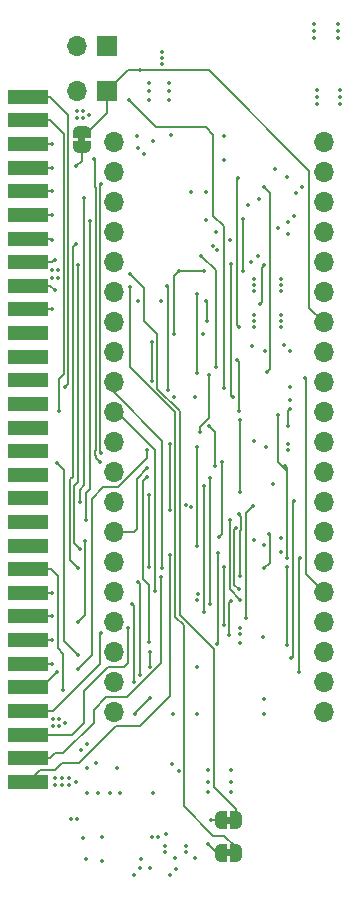
<source format=gbr>
%TF.GenerationSoftware,KiCad,Pcbnew,7.0.7*%
%TF.CreationDate,2023-08-23T23:10:22-06:00*%
%TF.ProjectId,PicoGUS Hand386,5069636f-4755-4532-9048-616e64333836,rev?*%
%TF.SameCoordinates,Original*%
%TF.FileFunction,Copper,L4,Bot*%
%TF.FilePolarity,Positive*%
%FSLAX46Y46*%
G04 Gerber Fmt 4.6, Leading zero omitted, Abs format (unit mm)*
G04 Created by KiCad (PCBNEW 7.0.7) date 2023-08-23 23:10:22*
%MOMM*%
%LPD*%
G01*
G04 APERTURE LIST*
G04 Aperture macros list*
%AMFreePoly0*
4,1,19,0.500000,-0.750000,0.000000,-0.750000,0.000000,-0.744911,-0.071157,-0.744911,-0.207708,-0.704816,-0.327430,-0.627875,-0.420627,-0.520320,-0.479746,-0.390866,-0.500000,-0.250000,-0.500000,0.250000,-0.479746,0.390866,-0.420627,0.520320,-0.327430,0.627875,-0.207708,0.704816,-0.071157,0.744911,0.000000,0.744911,0.000000,0.750000,0.500000,0.750000,0.500000,-0.750000,0.500000,-0.750000,
$1*%
%AMFreePoly1*
4,1,19,0.000000,0.744911,0.071157,0.744911,0.207708,0.704816,0.327430,0.627875,0.420627,0.520320,0.479746,0.390866,0.500000,0.250000,0.500000,-0.250000,0.479746,-0.390866,0.420627,-0.520320,0.327430,-0.627875,0.207708,-0.704816,0.071157,-0.744911,0.000000,-0.744911,0.000000,-0.750000,-0.500000,-0.750000,-0.500000,0.750000,0.000000,0.750000,0.000000,0.744911,0.000000,0.744911,
$1*%
G04 Aperture macros list end*
%TA.AperFunction,ComponentPad*%
%ADD10R,1.700000X1.700000*%
%TD*%
%TA.AperFunction,ComponentPad*%
%ADD11O,1.700000X1.700000*%
%TD*%
%TA.AperFunction,SMDPad,CuDef*%
%ADD12R,3.350000X1.250000*%
%TD*%
%TA.AperFunction,SMDPad,CuDef*%
%ADD13FreePoly0,180.000000*%
%TD*%
%TA.AperFunction,SMDPad,CuDef*%
%ADD14FreePoly1,180.000000*%
%TD*%
%TA.AperFunction,SMDPad,CuDef*%
%ADD15FreePoly0,90.000000*%
%TD*%
%TA.AperFunction,SMDPad,CuDef*%
%ADD16FreePoly1,90.000000*%
%TD*%
%TA.AperFunction,ViaPad*%
%ADD17C,0.350000*%
%TD*%
%TA.AperFunction,Conductor*%
%ADD18C,0.171000*%
%TD*%
%TA.AperFunction,Conductor*%
%ADD19C,0.200000*%
%TD*%
G04 APERTURE END LIST*
%TA.AperFunction,EtchedComponent*%
%TO.C,JP2*%
G36*
X135250000Y-128050000D02*
G01*
X134750000Y-128050000D01*
X134750000Y-127450000D01*
X135250000Y-127450000D01*
X135250000Y-128050000D01*
G37*
%TD.AperFunction*%
%TA.AperFunction,EtchedComponent*%
%TO.C,JP4*%
G36*
X122900000Y-70350000D02*
G01*
X122300000Y-70350000D01*
X122300000Y-69850000D01*
X122900000Y-69850000D01*
X122900000Y-70350000D01*
G37*
%TD.AperFunction*%
%TA.AperFunction,EtchedComponent*%
%TO.C,JP3*%
G36*
X135250000Y-130800000D02*
G01*
X134750000Y-130800000D01*
X134750000Y-130200000D01*
X135250000Y-130200000D01*
X135250000Y-130800000D01*
G37*
%TD.AperFunction*%
%TD*%
D10*
%TO.P,J6,1,Pin_1*%
%TO.N,UART_TX*%
X124714000Y-66040000D03*
D11*
%TO.P,J6,2,Pin_2*%
%TO.N,GND*%
X122174000Y-66040000D03*
%TD*%
D10*
%TO.P,JP1,1,A*%
%TO.N,Net-(JP1-A)*%
X124719000Y-62230000D03*
D11*
%TO.P,JP1,2,B*%
%TO.N,RESET*%
X122179000Y-62230000D03*
%TD*%
D12*
%TO.P,J3,2,DB7*%
%TO.N,D7*%
X118058000Y-66500000D03*
%TO.P,J3,4,DB6*%
%TO.N,D6*%
X118058000Y-68500000D03*
%TO.P,J3,6,DB5*%
%TO.N,D5*%
X118058000Y-70500000D03*
%TO.P,J3,8,DB4*%
%TO.N,D4*%
X118058000Y-72500000D03*
%TO.P,J3,10,DB3*%
%TO.N,D3*%
X118058000Y-74500000D03*
%TO.P,J3,12,DB2*%
%TO.N,D2*%
X118058000Y-76500000D03*
%TO.P,J3,14,DB1*%
%TO.N,D1*%
X118058000Y-78500000D03*
%TO.P,J3,16,DB0*%
%TO.N,D0*%
X118058000Y-80500000D03*
%TO.P,J3,18,IO_READY*%
%TO.N,I{slash}OCHRDY*%
X118058000Y-82500000D03*
%TO.P,J3,20,AEN*%
%TO.N,AEN*%
X118058000Y-84500000D03*
%TO.P,J3,22,BA19*%
%TO.N,unconnected-(J3-BA19-Pad22)*%
X118058000Y-86500000D03*
%TO.P,J3,24,BA18*%
%TO.N,unconnected-(J3-BA18-Pad24)*%
X118058000Y-88500000D03*
%TO.P,J3,26,BA17*%
%TO.N,unconnected-(J3-BA17-Pad26)*%
X118058000Y-90500000D03*
%TO.P,J3,28,BA16*%
%TO.N,unconnected-(J3-BA16-Pad28)*%
X118058000Y-92500000D03*
%TO.P,J3,30,BA15*%
%TO.N,unconnected-(J3-BA15-Pad30)*%
X118058000Y-94500000D03*
%TO.P,J3,32,BA14*%
%TO.N,unconnected-(J3-BA14-Pad32)*%
X118058000Y-96500000D03*
%TO.P,J3,34,BA13*%
%TO.N,unconnected-(J3-BA13-Pad34)*%
X118058000Y-98500000D03*
%TO.P,J3,36,BA12*%
%TO.N,unconnected-(J3-BA12-Pad36)*%
X118058000Y-100500000D03*
%TO.P,J3,38,BA11*%
%TO.N,unconnected-(J3-BA11-Pad38)*%
X118058000Y-102500000D03*
%TO.P,J3,40,BA10*%
%TO.N,unconnected-(J3-BA10-Pad40)*%
X118058000Y-104500000D03*
%TO.P,J3,42,BA09*%
%TO.N,A9*%
X118058000Y-106500000D03*
%TO.P,J3,44,BA08*%
%TO.N,A8*%
X118058000Y-108500000D03*
%TO.P,J3,46,BA07*%
%TO.N,A7*%
X118058000Y-110500000D03*
%TO.P,J3,48,BA06*%
%TO.N,A6*%
X118058000Y-112500000D03*
%TO.P,J3,50,BA05*%
%TO.N,A5*%
X118058000Y-114500000D03*
%TO.P,J3,52,BA04*%
%TO.N,A4*%
X118058000Y-116500000D03*
%TO.P,J3,54,BA03*%
%TO.N,A3*%
X118058000Y-118500000D03*
%TO.P,J3,56,BA02*%
%TO.N,A2*%
X118058000Y-120500000D03*
%TO.P,J3,58,BA01*%
%TO.N,A1*%
X118058000Y-122500000D03*
%TO.P,J3,60,BA00*%
%TO.N,A0*%
X118058000Y-124500000D03*
%TD*%
D11*
%TO.P,U1,1,GPIO0*%
%TO.N,SPI_RX*%
X125290500Y-70358000D03*
%TO.P,U1,2,GPIO1*%
%TO.N,~{SPI_CS}*%
X125290500Y-72898000D03*
%TO.P,U1,3,GND*%
%TO.N,GND*%
X125290500Y-75438000D03*
%TO.P,U1,4,GPIO2*%
%TO.N,SPI_SCK*%
X125290500Y-77978000D03*
%TO.P,U1,5,GPIO3*%
%TO.N,SPI_TX*%
X125290500Y-80518000D03*
%TO.P,U1,6,GPIO4*%
%TO.N,~{RIOW}*%
X125290500Y-83058000D03*
%TO.P,U1,7,GPIO5*%
%TO.N,~{RIOR}*%
X125290500Y-85598000D03*
%TO.P,U1,8,GND*%
%TO.N,GND*%
X125290500Y-88138000D03*
%TO.P,U1,9,GPIO6*%
%TO.N,AD0*%
X125290500Y-90678000D03*
%TO.P,U1,10,GPIO7*%
%TO.N,AD1*%
X125290500Y-93218000D03*
%TO.P,U1,11,GPIO8*%
%TO.N,AD2*%
X125290500Y-95758000D03*
%TO.P,U1,12,GPIO9*%
%TO.N,AD3*%
X125290500Y-98298000D03*
%TO.P,U1,13,GND*%
%TO.N,GND*%
X125290500Y-100838000D03*
%TO.P,U1,14,GPIO10*%
%TO.N,AD4*%
X125290500Y-103378000D03*
%TO.P,U1,15,GPIO11*%
%TO.N,AD5*%
X125290500Y-105918000D03*
%TO.P,U1,16,GPIO12*%
%TO.N,AD6*%
X125290500Y-108458000D03*
%TO.P,U1,17,GPIO13*%
%TO.N,AD7*%
X125290500Y-110998000D03*
%TO.P,U1,18,GND*%
%TO.N,GND*%
X125290500Y-113538000D03*
%TO.P,U1,19,GPIO14*%
%TO.N,RA8*%
X125290500Y-116078000D03*
%TO.P,U1,20,GPIO15*%
%TO.N,RA9*%
X125290500Y-118618000D03*
%TO.P,U1,21,GPIO16*%
%TO.N,DIN*%
X143070500Y-118618000D03*
%TO.P,U1,22,GPIO17*%
%TO.N,BCK*%
X143070500Y-116078000D03*
%TO.P,U1,23,GND*%
%TO.N,GND*%
X143070500Y-113538000D03*
%TO.P,U1,24,GPIO18*%
%TO.N,LRCK*%
X143070500Y-110998000D03*
%TO.P,U1,25,GPIO19*%
%TO.N,~{RDACK}*%
X143070500Y-108458000D03*
%TO.P,U1,26,GPIO20*%
%TO.N,RTC*%
X143070500Y-105918000D03*
%TO.P,U1,27,GPIO21*%
%TO.N,RIRQ*%
X143070500Y-103378000D03*
%TO.P,U1,28,GND*%
%TO.N,GND*%
X143070500Y-100838000D03*
%TO.P,U1,29,GPIO22*%
%TO.N,RDRQ*%
X143070500Y-98298000D03*
%TO.P,U1,30,RUN*%
%TO.N,RUN*%
X143070500Y-95758000D03*
%TO.P,U1,31,GPIO26_ADC0*%
%TO.N,~{RI{slash}OCHRDY}*%
X143070500Y-93218000D03*
%TO.P,U1,32,GPIO27_ADC1*%
%TO.N,ADS*%
X143070500Y-90678000D03*
%TO.P,U1,33,AGND*%
%TO.N,GND*%
X143070500Y-88138000D03*
%TO.P,U1,34,GPIO28_ADC2*%
%TO.N,UART_TX*%
X143070500Y-85598000D03*
%TO.P,U1,35,ADC_VREF*%
%TO.N,unconnected-(U1-ADC_VREF-Pad35)*%
X143070500Y-83058000D03*
%TO.P,U1,36,3V3*%
%TO.N,+3V3*%
X143070500Y-80518000D03*
%TO.P,U1,37,3V3_EN*%
%TO.N,unconnected-(U1-3V3_EN-Pad37)*%
X143070500Y-77978000D03*
%TO.P,U1,38,GND*%
%TO.N,GND*%
X143070500Y-75438000D03*
%TO.P,U1,39,VSYS*%
%TO.N,/VSYS*%
X143070500Y-72898000D03*
%TO.P,U1,40,VBUS*%
%TO.N,unconnected-(U1-VBUS-Pad40)*%
X143070500Y-70358000D03*
%TD*%
D13*
%TO.P,JP2,1,A*%
%TO.N,AUDIO_L_OUT*%
X135650000Y-127750000D03*
D14*
%TO.P,JP2,2,B*%
%TO.N,/Audio/AUDIO_L*%
X134350000Y-127750000D03*
%TD*%
D15*
%TO.P,JP4,1,A*%
%TO.N,Net-(J3--5V)*%
X122600000Y-70750000D03*
D16*
%TO.P,JP4,2,B*%
%TO.N,UART_TX*%
X122600000Y-69450000D03*
%TD*%
D13*
%TO.P,JP3,1,A*%
%TO.N,AUDIO_R_OUT*%
X135650000Y-130500000D03*
D14*
%TO.P,JP3,2,B*%
%TO.N,/Audio/AUDIO_R*%
X134350000Y-130500000D03*
%TD*%
D17*
%TO.N,A0*%
X130048000Y-105283000D03*
%TO.N,A1*%
X129286000Y-107188000D03*
%TO.N,A2*%
X134620000Y-111252000D03*
X134620000Y-106299000D03*
X126492000Y-111506000D03*
%TO.N,A3*%
X135255000Y-109220000D03*
X124206000Y-111887000D03*
X135074000Y-112068000D03*
%TO.N,A4*%
X120500000Y-115212000D03*
X128143000Y-96393000D03*
X122301000Y-114935000D03*
%TO.N,A5*%
X128270000Y-112649000D03*
X120100000Y-114500000D03*
X128143000Y-98679000D03*
%TO.N,A6*%
X134493000Y-97409000D03*
X134239000Y-103759000D03*
X122301000Y-110998000D03*
X120100000Y-112500000D03*
X122882000Y-104140000D03*
%TO.N,A7*%
X132969000Y-99441000D03*
X120100000Y-110500000D03*
X132969000Y-110109000D03*
%TO.N,A8*%
X120100000Y-108500000D03*
X126873000Y-109474000D03*
X127000000Y-116078000D03*
%TO.N,A9*%
X121050000Y-116750000D03*
X127127000Y-118745000D03*
X128400000Y-117400000D03*
%TO.N,D0*%
X120300000Y-80300000D03*
X122300000Y-80700000D03*
X122428000Y-104775000D03*
%TO.N,D1*%
X120100000Y-78600000D03*
X122275000Y-106400000D03*
X122100000Y-79000000D03*
%TO.N,D2*%
X122936000Y-102300000D03*
X138049000Y-106426000D03*
X120100000Y-76500000D03*
X138430000Y-103505000D03*
X123300000Y-77000000D03*
%TO.N,D3*%
X135890000Y-108204000D03*
X135636000Y-102997000D03*
X122800000Y-75057000D03*
X120100000Y-74500000D03*
X122428000Y-100838000D03*
%TO.N,D4*%
X120100000Y-72500000D03*
X124206000Y-96647000D03*
X124206000Y-73914000D03*
%TO.N,D5*%
X124100000Y-97400000D03*
X120100000Y-70500000D03*
X123600000Y-71800000D03*
%TO.N,D6*%
X133858000Y-97790000D03*
X120700000Y-93091000D03*
X133350000Y-94361000D03*
%TO.N,D7*%
X136017000Y-99949000D03*
X136017000Y-93853000D03*
X121200000Y-91059000D03*
%TO.N,GND*%
X132200000Y-130950000D03*
X142500000Y-67100000D03*
X130550000Y-131850000D03*
X121501000Y-124800000D03*
X140081000Y-95885000D03*
X137568750Y-75184000D03*
X122174000Y-127621000D03*
X129286000Y-83820000D03*
X123825000Y-122936000D03*
X136679750Y-75692000D03*
X120575000Y-81200000D03*
X136906000Y-80518000D03*
X130806000Y-123571000D03*
X142300000Y-60300000D03*
X140081000Y-96393000D03*
X144300000Y-60300000D03*
X128250000Y-66800000D03*
X122555000Y-121793000D03*
X136017000Y-112014000D03*
X140589000Y-76581000D03*
X133096000Y-76962000D03*
X120901000Y-124200000D03*
X131450000Y-130450000D03*
X131400000Y-101100000D03*
X127381000Y-83820000D03*
X136017000Y-111506000D03*
X130175000Y-69723000D03*
X123059000Y-121285000D03*
X132461000Y-108585000D03*
X130365500Y-91948000D03*
X144500000Y-65900000D03*
X137200000Y-85979000D03*
X128250000Y-65300000D03*
X133096000Y-74549000D03*
X142300000Y-61500000D03*
X140081000Y-77089000D03*
X124333000Y-129159000D03*
X140225500Y-88011000D03*
X135200000Y-124500000D03*
X130000000Y-66000000D03*
X131450000Y-129900000D03*
X131850000Y-101200000D03*
X134620000Y-71882000D03*
X144300000Y-60900000D03*
X120100000Y-81200000D03*
X133300000Y-125400000D03*
X120100000Y-81800000D03*
X135200000Y-123500000D03*
X132842000Y-86614000D03*
X120301000Y-124200000D03*
X121666000Y-127621000D03*
X130000000Y-66800000D03*
X127000000Y-132350000D03*
X135204000Y-125400000D03*
X139463500Y-84963000D03*
X133300000Y-123500000D03*
X129032000Y-129159000D03*
X138049000Y-118745000D03*
X144300000Y-61500000D03*
X142500000Y-65900000D03*
X124333000Y-131191000D03*
X125603000Y-123317000D03*
X137200000Y-84963000D03*
X139463500Y-85471000D03*
X132334000Y-114808000D03*
X123952000Y-125476000D03*
X131836000Y-74549000D03*
X132334000Y-118745000D03*
X142500000Y-66500000D03*
X144500000Y-66500000D03*
X139463500Y-85979000D03*
X127889000Y-71374000D03*
X135128000Y-78613000D03*
X139700000Y-87503000D03*
X141224000Y-74168000D03*
X144500000Y-67100000D03*
X129750000Y-128950000D03*
X137541000Y-80010000D03*
X137200000Y-85471000D03*
X128250000Y-66000000D03*
X138049000Y-117475000D03*
X128520000Y-129159000D03*
X120575000Y-81800000D03*
X130000000Y-65300000D03*
X120901000Y-124800000D03*
X133985000Y-77978000D03*
X142300000Y-60900000D03*
X130324500Y-118745000D03*
X139446000Y-105029000D03*
X122101000Y-124500000D03*
X120301000Y-124800000D03*
X140716000Y-74676000D03*
X139446000Y-103886000D03*
X125853000Y-125476000D03*
X130050000Y-132350000D03*
X130200000Y-123000000D03*
X127508000Y-131826000D03*
X121501000Y-124200000D03*
X128647000Y-125476000D03*
X132334000Y-109093000D03*
X127381000Y-70866000D03*
X140208000Y-91059000D03*
X133300000Y-124500000D03*
X132207000Y-91948000D03*
%TO.N,~{IOW}*%
X128524000Y-87249000D03*
X128524000Y-90551000D03*
%TO.N,+3V3*%
X123063000Y-123317000D03*
X129400000Y-62700000D03*
X137033000Y-87630000D03*
X134063500Y-79453500D03*
X122682000Y-129286000D03*
X129650000Y-130450000D03*
X139450000Y-81915000D03*
X122936000Y-131064000D03*
X137922000Y-112268000D03*
X136017000Y-112776000D03*
X129650000Y-129900000D03*
X137186500Y-82908000D03*
X137186500Y-82400000D03*
X128397000Y-131826000D03*
X138176000Y-96139000D03*
X123059000Y-125476000D03*
X140208000Y-92202000D03*
X125009000Y-125476000D03*
X128651000Y-70231000D03*
X127254000Y-69850000D03*
X137160000Y-95631000D03*
X138811000Y-99314000D03*
X127609000Y-131042000D03*
X140053000Y-78077000D03*
X134620000Y-69850000D03*
X138049000Y-104422000D03*
X139192000Y-77597000D03*
X139954000Y-73279000D03*
X138938000Y-72644000D03*
X130450000Y-130950000D03*
X137160000Y-104013000D03*
X129400000Y-63200000D03*
X138086000Y-88048000D03*
X139450000Y-82423000D03*
X129400000Y-63700000D03*
X133731000Y-79121000D03*
X139450000Y-82931000D03*
X137186500Y-81892000D03*
%TO.N,I{slash}OCHRDY*%
X120300000Y-82900000D03*
X138049000Y-80772000D03*
X137668000Y-84074000D03*
%TO.N,+5V*%
X122700000Y-68300000D03*
X122200000Y-68300000D03*
X120200000Y-119800000D03*
X121200000Y-119500000D03*
X123216000Y-68021200D03*
X120700000Y-119800000D03*
X122700000Y-67700000D03*
X122200000Y-67700000D03*
X120200000Y-119200000D03*
X120700000Y-119200000D03*
%TO.N,~{RIOR}*%
X133096000Y-83820000D03*
X133223000Y-85471000D03*
%TO.N,TC*%
X128333500Y-114744500D03*
X128397000Y-113538000D03*
%TO.N,BUSOE*%
X130810000Y-81280000D03*
X130429000Y-86614000D03*
X132969000Y-81220000D03*
%TO.N,RIRQ*%
X141097000Y-105537000D03*
X140970000Y-115189000D03*
%TO.N,~{RDACK}*%
X141478000Y-90297000D03*
%TO.N,RDRQ*%
X140589000Y-100711000D03*
X140335000Y-114046000D03*
%TO.N,RTC*%
X139954000Y-112903000D03*
X139954000Y-106299000D03*
%TO.N,IRQ*%
X127515000Y-115450000D03*
X127381000Y-107569000D03*
%TO.N,DACK*%
X133350000Y-90043000D03*
X132588000Y-94869000D03*
X138049000Y-74168000D03*
X138303000Y-89789000D03*
%TO.N,DRQ*%
X122301000Y-113792000D03*
X120500000Y-97500000D03*
%TO.N,AEN*%
X120100000Y-84500000D03*
X135890000Y-85979000D03*
X135817000Y-73406000D03*
%TO.N,ADS*%
X140081000Y-94361000D03*
X140208000Y-92964000D03*
X132334000Y-104521000D03*
X132334000Y-96139000D03*
%TO.N,~{BUSOE}*%
X134112000Y-105156000D03*
X139827000Y-97788000D03*
X135763000Y-88773000D03*
X135890000Y-93091000D03*
X134048500Y-112839500D03*
X139192000Y-93472000D03*
X139954000Y-105537000D03*
%TO.N,RUN*%
X135382000Y-91948000D03*
X135255000Y-80645000D03*
%TO.N,AD7*%
X137096500Y-101155500D03*
X136525000Y-110617000D03*
%TO.N,AD6*%
X133477000Y-109474000D03*
X133477000Y-98806000D03*
%TO.N,AD5*%
X128270000Y-100203000D03*
X128270000Y-106299000D03*
%TO.N,AD4*%
X128150000Y-97950000D03*
%TO.N,AD3*%
X135128000Y-102362000D03*
X136017000Y-109093000D03*
%TO.N,AD2*%
X130048000Y-101473000D03*
X136017000Y-107061000D03*
X135890000Y-101854000D03*
X130048000Y-95885000D03*
%TO.N,AD1*%
X128778000Y-108331000D03*
%TO.N,AD0*%
X129413000Y-106426000D03*
%TO.N,UART_TX*%
X127508000Y-64262000D03*
%TO.N,Net-(U5-Pad4)*%
X132334000Y-89916000D03*
X132334000Y-83185000D03*
%TO.N,Net-(U5-Pad6)*%
X129921000Y-91313000D03*
X129794000Y-82550000D03*
%TO.N,Net-(U6-Pad10)*%
X136271000Y-76835000D03*
X136271000Y-81280000D03*
%TO.N,Net-(U5-Pad12)*%
X132715000Y-80010000D03*
X133985000Y-89408000D03*
%TO.N,AUDIO_L_OUT*%
X126700000Y-81500000D03*
%TO.N,AUDIO_R_OUT*%
X126700000Y-82600000D03*
%TO.N,Net-(J3--5V)*%
X122100000Y-72400000D03*
%TO.N,/Audio/AUDIO_R*%
X133303000Y-129747000D03*
%TO.N,/Audio/AUDIO_L*%
X133500000Y-127750000D03*
%TO.N,Net-(JP1-A)*%
X126600000Y-66800000D03*
X134620000Y-91186000D03*
%TD*%
D18*
%TO.N,A0*%
X125503001Y-119761000D02*
X122364001Y-122900000D01*
X130048000Y-117221000D02*
X127508000Y-119761000D01*
X120925000Y-122900000D02*
X120325000Y-123500000D01*
X122364001Y-122900000D02*
X120925000Y-122900000D01*
X119058000Y-123500000D02*
X118518000Y-124040000D01*
X127508000Y-119761000D02*
X125503001Y-119761000D01*
X130048000Y-105283000D02*
X130048000Y-117221000D01*
X120325000Y-123500000D02*
X119058000Y-123500000D01*
%TO.N,A1*%
X117808000Y-122500000D02*
X119900000Y-122500000D01*
X121000000Y-122100000D02*
X123600000Y-119500000D01*
X126407409Y-117348000D02*
X129286000Y-114469409D01*
X124652000Y-117348000D02*
X126407409Y-117348000D01*
X123600000Y-118400000D02*
X124652000Y-117348000D01*
X123600000Y-119500000D02*
X123600000Y-118400000D01*
X119900000Y-122500000D02*
X120300000Y-122100000D01*
X129286000Y-114469409D02*
X129286000Y-107188000D01*
X120300000Y-122100000D02*
X121000000Y-122100000D01*
%TO.N,A2*%
X121800000Y-120500000D02*
X122800000Y-119500000D01*
X126138500Y-114808000D02*
X126492000Y-114454500D01*
X118058000Y-120500000D02*
X121800000Y-120500000D01*
X122800000Y-116800000D02*
X124792000Y-114808000D01*
X124792000Y-114808000D02*
X126138500Y-114808000D01*
X126492000Y-114454500D02*
X126492000Y-111506000D01*
X134620000Y-111252000D02*
X134620000Y-106299000D01*
X122800000Y-119500000D02*
X122800000Y-116800000D01*
%TO.N,A3*%
X124155000Y-114545000D02*
X120200000Y-118500000D01*
X120200000Y-118500000D02*
X118058000Y-118500000D01*
X124155000Y-111938000D02*
X124155000Y-114545000D01*
X135074000Y-112068000D02*
X135074000Y-109401000D01*
X135074000Y-109401000D02*
X135255000Y-109220000D01*
X124206000Y-111887000D02*
X124155000Y-111938000D01*
%TO.N,A4*%
X120488000Y-115212000D02*
X119200000Y-116500000D01*
X123444000Y-100530500D02*
X123444000Y-113792000D01*
X128143000Y-97051340D02*
X125644340Y-99550000D01*
X125644340Y-99550000D02*
X124424500Y-99550000D01*
X120500000Y-115212000D02*
X120488000Y-115212000D01*
X123444000Y-113792000D02*
X122301000Y-114935000D01*
X124424500Y-99550000D02*
X123444000Y-100530500D01*
X128143000Y-96393000D02*
X128143000Y-97051340D01*
%TO.N,A5*%
X128270000Y-107815947D02*
X128270000Y-112649000D01*
X127816000Y-107361947D02*
X128270000Y-107815947D01*
X128143000Y-98679000D02*
X127816000Y-99006000D01*
X127816000Y-99006000D02*
X127816000Y-107361947D01*
X120100000Y-114500000D02*
X118058000Y-114500000D01*
%TO.N,A6*%
X122882000Y-104140000D02*
X122882000Y-110417000D01*
X122882000Y-110417000D02*
X122301000Y-110998000D01*
X134493000Y-103505000D02*
X134493000Y-97409000D01*
X120100000Y-112500000D02*
X118058000Y-112500000D01*
X134239000Y-103759000D02*
X134493000Y-103505000D01*
%TO.N,A7*%
X120100000Y-110500000D02*
X118058000Y-110500000D01*
X132969000Y-99441000D02*
X132969000Y-110109000D01*
%TO.N,A8*%
X120100000Y-108500000D02*
X118058000Y-108500000D01*
X127000000Y-109601000D02*
X127000000Y-116078000D01*
X126873000Y-109474000D02*
X127000000Y-109601000D01*
%TO.N,A9*%
X120600000Y-113200000D02*
X120600000Y-107100000D01*
X127127000Y-118673000D02*
X127127000Y-118745000D01*
X121050000Y-113650000D02*
X120600000Y-113200000D01*
X121050000Y-116750000D02*
X121050000Y-113650000D01*
X120000000Y-106500000D02*
X118058000Y-106500000D01*
X120600000Y-107100000D02*
X120000000Y-106500000D01*
X128400000Y-117400000D02*
X127127000Y-118673000D01*
%TO.N,D0*%
X122300000Y-80700000D02*
X122300000Y-99137552D01*
X121974000Y-104321000D02*
X122428000Y-104775000D01*
X120300000Y-80300000D02*
X120100000Y-80500000D01*
X122300000Y-99137552D02*
X121974000Y-99463552D01*
X121974000Y-99463552D02*
X121974000Y-104321000D01*
X120100000Y-80500000D02*
X118058000Y-80500000D01*
%TO.N,D1*%
X122275000Y-106400000D02*
X121600000Y-105725000D01*
X121846000Y-80813053D02*
X121846000Y-79254000D01*
X121600000Y-98900000D02*
X121850000Y-98650000D01*
X121600000Y-105725000D02*
X121600000Y-98900000D01*
X118058000Y-78500000D02*
X120000000Y-78500000D01*
X121846000Y-79254000D02*
X122100000Y-79000000D01*
X120000000Y-78500000D02*
X120100000Y-78600000D01*
X121850000Y-80817053D02*
X121846000Y-80813053D01*
X121850000Y-98650000D02*
X121850000Y-80817053D01*
%TO.N,D2*%
X138049000Y-106426000D02*
X138503000Y-105972000D01*
X122936000Y-102300000D02*
X122936000Y-100064000D01*
X122936000Y-100064000D02*
X123300000Y-99700000D01*
X118058000Y-76500000D02*
X120100000Y-76500000D01*
X138503000Y-103578000D02*
X138430000Y-103505000D01*
X138503000Y-105972000D02*
X138503000Y-103578000D01*
X123300000Y-99700000D02*
X123300000Y-77000000D01*
%TO.N,D3*%
X135509000Y-107823000D02*
X135890000Y-108204000D01*
X120100000Y-74500000D02*
X118058000Y-74500000D01*
X135509000Y-103124000D02*
X135509000Y-107823000D01*
X135636000Y-102997000D02*
X135509000Y-103124000D01*
X122800000Y-75057000D02*
X122800000Y-99400000D01*
X122800000Y-99400000D02*
X122428000Y-99772000D01*
X122428000Y-99772000D02*
X122428000Y-100838000D01*
%TO.N,D4*%
X124155000Y-73965000D02*
X124206000Y-73914000D01*
X124155000Y-96596000D02*
X124155000Y-73965000D01*
X124206000Y-96647000D02*
X124155000Y-96596000D01*
X118058000Y-72500000D02*
X120100000Y-72500000D01*
%TO.N,D5*%
X123771000Y-96854053D02*
X123771000Y-97071000D01*
X123752000Y-74102053D02*
X123771000Y-74121053D01*
X120100000Y-70500000D02*
X118058000Y-70500000D01*
X123771000Y-96439947D02*
X123752000Y-96458947D01*
X123752000Y-96458947D02*
X123752000Y-96835053D01*
X123600000Y-71800000D02*
X123752000Y-71952000D01*
X123771000Y-97071000D02*
X124100000Y-97400000D01*
X123752000Y-71952000D02*
X123752000Y-74102053D01*
X123752000Y-96835053D02*
X123771000Y-96854053D01*
X123771000Y-74121053D02*
X123771000Y-96439947D01*
%TO.N,D6*%
X121075000Y-69675000D02*
X119900000Y-68500000D01*
X121075000Y-89980000D02*
X121075000Y-69675000D01*
X120700000Y-90355000D02*
X121075000Y-89980000D01*
X133858000Y-94869000D02*
X133858000Y-97790000D01*
X133350000Y-94361000D02*
X133858000Y-94869000D01*
X120700000Y-93091000D02*
X120700000Y-90355000D01*
X119900000Y-68500000D02*
X118058000Y-68500000D01*
%TO.N,D7*%
X121450000Y-90809000D02*
X121450000Y-68050000D01*
X119900000Y-66500000D02*
X118058000Y-66500000D01*
X136017000Y-99949000D02*
X136017000Y-93853000D01*
X121450000Y-68050000D02*
X119900000Y-66500000D01*
X121200000Y-91059000D02*
X121450000Y-90809000D01*
%TO.N,~{IOW}*%
X128524000Y-87249000D02*
X128524000Y-90551000D01*
D19*
%TO.N,I{slash}OCHRDY*%
X137850000Y-80971000D02*
X137850000Y-83892000D01*
X137850000Y-83892000D02*
X137668000Y-84074000D01*
X138049000Y-80772000D02*
X137850000Y-80971000D01*
X120300000Y-82900000D02*
X119900000Y-82500000D01*
X119900000Y-82500000D02*
X118058000Y-82500000D01*
D18*
%TO.N,~{RIOR}*%
X133223000Y-85471000D02*
X133223000Y-83947000D01*
X133223000Y-83947000D02*
X133096000Y-83820000D01*
%TO.N,TC*%
X128397000Y-113538000D02*
X128397000Y-114681000D01*
X128397000Y-114681000D02*
X128333500Y-114744500D01*
%TO.N,BUSOE*%
X130810000Y-81280000D02*
X132909000Y-81280000D01*
X130429000Y-81661000D02*
X130810000Y-81280000D01*
X130429000Y-86614000D02*
X130429000Y-81661000D01*
X132909000Y-81280000D02*
X132969000Y-81220000D01*
%TO.N,RIRQ*%
X140970000Y-115189000D02*
X140970000Y-105664000D01*
X140970000Y-105664000D02*
X141097000Y-105537000D01*
%TO.N,~{RDACK}*%
X141551000Y-90370000D02*
X141551000Y-106938500D01*
X141478000Y-90297000D02*
X141551000Y-90370000D01*
X141551000Y-106938500D02*
X143070500Y-108458000D01*
%TO.N,RDRQ*%
X140462000Y-113919000D02*
X140462000Y-100906500D01*
X140335000Y-114046000D02*
X140462000Y-113919000D01*
X140462000Y-100906500D02*
X140589000Y-100779500D01*
%TO.N,RTC*%
X139954000Y-112903000D02*
X139954000Y-106299000D01*
%TO.N,IRQ*%
X127508000Y-115443000D02*
X127515000Y-115450000D01*
X127508000Y-107696000D02*
X127508000Y-115443000D01*
X127381000Y-107569000D02*
X127508000Y-107696000D01*
%TO.N,DACK*%
X138049000Y-74168000D02*
X138540000Y-74659000D01*
X132588000Y-94480947D02*
X133350000Y-93718947D01*
X138540000Y-74659000D02*
X138540000Y-89552000D01*
X132588000Y-94869000D02*
X132588000Y-94480947D01*
X133350000Y-93718947D02*
X133350000Y-90043000D01*
X138540000Y-89552000D02*
X138303000Y-89789000D01*
%TO.N,DRQ*%
X121100000Y-112591000D02*
X122301000Y-113792000D01*
X121100000Y-98100000D02*
X121100000Y-112591000D01*
X120500000Y-97500000D02*
X121100000Y-98100000D01*
%TO.N,AEN*%
X135817000Y-73406000D02*
X135763000Y-73460000D01*
X135763000Y-73460000D02*
X135763000Y-85852000D01*
X118058000Y-84500000D02*
X120100000Y-84500000D01*
X135763000Y-85852000D02*
X135890000Y-85979000D01*
%TO.N,ADS*%
X132334000Y-104521000D02*
X132334000Y-96139000D01*
X140208000Y-92964000D02*
X140081000Y-93091000D01*
X140081000Y-93091000D02*
X140081000Y-94361000D01*
%TO.N,~{BUSOE}*%
X139954000Y-98171000D02*
X139192000Y-97409000D01*
X139954000Y-97915000D02*
X139954000Y-98171000D01*
X135763000Y-88773000D02*
X135890000Y-88900000D01*
X135890000Y-88900000D02*
X135890000Y-93091000D01*
X134048500Y-112839500D02*
X134112000Y-112776000D01*
X134112000Y-112776000D02*
X134112000Y-105156000D01*
X139954000Y-105537000D02*
X139954000Y-98171000D01*
X139192000Y-97409000D02*
X139192000Y-93472000D01*
X139827000Y-97788000D02*
X139954000Y-97915000D01*
%TO.N,RUN*%
X135255000Y-91821000D02*
X135255000Y-80645000D01*
X135382000Y-91948000D02*
X135255000Y-91821000D01*
%TO.N,AD7*%
X137096500Y-101155500D02*
X136525000Y-101727000D01*
X136525000Y-101727000D02*
X136525000Y-110617000D01*
%TO.N,AD6*%
X133477000Y-98806000D02*
X133477000Y-109474000D01*
%TO.N,AD5*%
X128270000Y-100203000D02*
X128270000Y-106299000D01*
%TO.N,AD4*%
X127000000Y-103378000D02*
X125290500Y-103378000D01*
X128150000Y-97950000D02*
X127254000Y-98846000D01*
X127254000Y-103124000D02*
X127000000Y-103378000D01*
X127254000Y-98846000D02*
X127254000Y-103124000D01*
%TO.N,AD3*%
X135128000Y-102362000D02*
X135128000Y-108204000D01*
X135128000Y-108204000D02*
X136017000Y-109093000D01*
%TO.N,AD2*%
X130048000Y-101473000D02*
X130048000Y-95885000D01*
X135890000Y-101854000D02*
X136090000Y-102054000D01*
X136090000Y-102054000D02*
X136090000Y-103185053D01*
X136017000Y-103258053D02*
X136017000Y-107061000D01*
X136090000Y-103185053D02*
X136017000Y-103258053D01*
%TO.N,AD1*%
X128324000Y-95939000D02*
X125603000Y-93218000D01*
X128331053Y-95939000D02*
X128324000Y-95939000D01*
X128778000Y-108331000D02*
X128778000Y-96385947D01*
X128778000Y-96385947D02*
X128331053Y-95939000D01*
%TO.N,AD0*%
X125290500Y-91508500D02*
X125290500Y-90678000D01*
X129413000Y-95631000D02*
X125290500Y-91508500D01*
X129413000Y-106426000D02*
X129413000Y-95631000D01*
%TO.N,UART_TX*%
X124714000Y-67886000D02*
X124714000Y-66040000D01*
X141859000Y-84386500D02*
X141859000Y-72771000D01*
X143070500Y-85598000D02*
X141859000Y-84386500D01*
X123150000Y-69450000D02*
X124714000Y-67886000D01*
X133350000Y-64262000D02*
X126492000Y-64262000D01*
X126492000Y-64262000D02*
X124714000Y-66040000D01*
X141859000Y-72771000D02*
X133350000Y-64262000D01*
%TO.N,Net-(U5-Pad4)*%
X132334000Y-89916000D02*
X132334000Y-83185000D01*
%TO.N,Net-(U5-Pad6)*%
X129921000Y-91313000D02*
X129921000Y-82677000D01*
X129921000Y-82677000D02*
X129794000Y-82550000D01*
%TO.N,Net-(U6-Pad10)*%
X136271000Y-81280000D02*
X136271000Y-76835000D01*
%TO.N,Net-(U5-Pad12)*%
X133985000Y-81153000D02*
X132715000Y-80010000D01*
X133985000Y-89408000D02*
X133985000Y-81153000D01*
%TO.N,AUDIO_L_OUT*%
X128978000Y-86578000D02*
X128978000Y-91202553D01*
X133754000Y-113254000D02*
X133754000Y-124904000D01*
X128978000Y-91202553D02*
X130900000Y-93124553D01*
X130900000Y-93124553D02*
X130900000Y-110400000D01*
X133754000Y-124904000D02*
X135650000Y-126800000D01*
X130900000Y-110400000D02*
X133754000Y-113254000D01*
X127900000Y-82700000D02*
X127900000Y-85500000D01*
X127900000Y-85500000D02*
X128978000Y-86578000D01*
X135650000Y-126800000D02*
X135650000Y-127750000D01*
X126700000Y-81500000D02*
X127900000Y-82700000D01*
%TO.N,AUDIO_R_OUT*%
X131260000Y-111260000D02*
X131260000Y-126560000D01*
X131260000Y-126560000D02*
X133750000Y-129050000D01*
X130502000Y-93202000D02*
X130502000Y-110502000D01*
X126700000Y-89400000D02*
X130502000Y-93202000D01*
X130502000Y-110502000D02*
X131260000Y-111260000D01*
X126700000Y-82600000D02*
X126700000Y-89400000D01*
X134650000Y-129050000D02*
X135650000Y-130050000D01*
X133750000Y-129050000D02*
X134650000Y-129050000D01*
%TO.N,Net-(J3--5V)*%
X122600000Y-70750000D02*
X122600000Y-71900000D01*
X122100000Y-72400000D02*
X122600000Y-71900000D01*
%TO.N,/Audio/AUDIO_R*%
X133303000Y-129747000D02*
X134056000Y-130500000D01*
%TO.N,/Audio/AUDIO_L*%
X133500000Y-127750000D02*
X134350000Y-127750000D01*
%TO.N,Net-(JP1-A)*%
X128888000Y-69088000D02*
X133096000Y-69088000D01*
X133731000Y-69723000D02*
X133731000Y-76581000D01*
X126600000Y-66800000D02*
X128888000Y-69088000D01*
X133096000Y-69088000D02*
X133731000Y-69723000D01*
X134620000Y-77470000D02*
X134620000Y-91186000D01*
X133731000Y-76581000D02*
X134620000Y-77470000D01*
%TD*%
M02*

</source>
